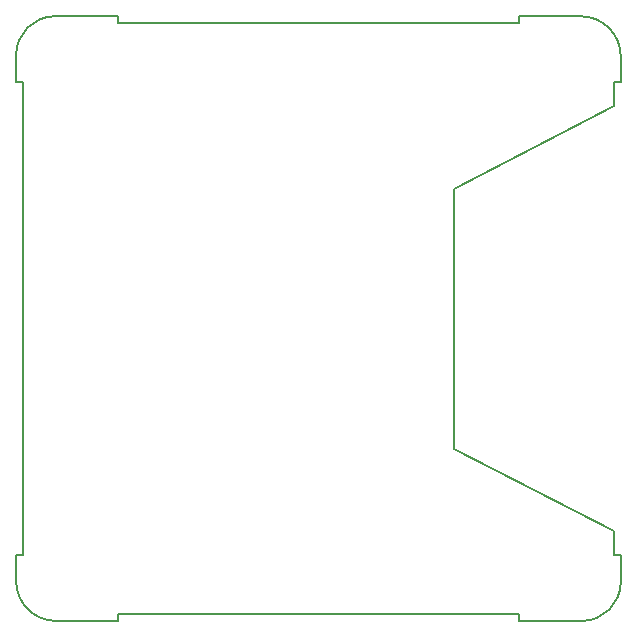
<source format=gbr>
G04 #@! TF.GenerationSoftware,KiCad,Pcbnew,5.1.2-f72e74a~84~ubuntu18.04.1*
G04 #@! TF.CreationDate,2019-06-24T22:58:02+09:00*
G04 #@! TF.ProjectId,dentureRS485,64656e74-7572-4655-9253-3438352e6b69,rev?*
G04 #@! TF.SameCoordinates,Original*
G04 #@! TF.FileFunction,Profile,NP*
%FSLAX46Y46*%
G04 Gerber Fmt 4.6, Leading zero omitted, Abs format (unit mm)*
G04 Created by KiCad (PCBNEW 5.1.2-f72e74a~84~ubuntu18.04.1) date 2019-06-24 22:58:02*
%MOMM*%
%LPD*%
G04 APERTURE LIST*
%ADD10C,0.150000*%
%ADD11C,0.200000*%
G04 APERTURE END LIST*
D10*
X150000000Y-55000000D02*
X150000000Y-57000000D01*
X136500000Y-86000000D02*
X150000000Y-93000000D01*
X136500000Y-64000000D02*
X136500000Y-86000000D01*
X150000000Y-57000000D02*
X136500000Y-64000000D01*
X108000000Y-50000000D02*
X142000000Y-50000000D01*
D11*
X150000000Y-93000000D02*
X150000000Y-95000000D01*
D10*
X100000000Y-95000000D02*
X100000000Y-55000000D01*
X142000000Y-100000000D02*
X108000000Y-100000000D01*
X99400000Y-95000000D02*
X100000000Y-95000000D01*
X99400000Y-97200000D02*
X99400000Y-95000000D01*
X102800000Y-100600000D02*
G75*
G02X99400000Y-97200000I0J3400000D01*
G01*
X108000000Y-100600000D02*
X102800000Y-100600000D01*
X108000000Y-100000000D02*
X108000000Y-100600000D01*
X150600000Y-55000000D02*
X150000000Y-55000000D01*
X150600000Y-52800000D02*
X150600000Y-55000000D01*
X147200000Y-49400000D02*
G75*
G02X150600000Y-52800000I0J-3400000D01*
G01*
X142000000Y-49400000D02*
X147200000Y-49400000D01*
X142000000Y-50000000D02*
X142000000Y-49400000D01*
X99400000Y-55000000D02*
X100000000Y-55000000D01*
X99400000Y-52700000D02*
X99400000Y-55000000D01*
X102700000Y-49400000D02*
G75*
G03X99400000Y-52700000I0J-3300000D01*
G01*
X108000000Y-49400000D02*
X102700000Y-49400000D01*
X108000000Y-50000000D02*
X108000000Y-49400000D01*
X150600000Y-95000000D02*
X150000000Y-95000000D01*
X150600000Y-97300000D02*
X150600000Y-95000000D01*
X147300000Y-100600000D02*
G75*
G03X150600000Y-97300000I0J3300000D01*
G01*
X142000000Y-100600000D02*
X147300000Y-100600000D01*
X142000000Y-100000000D02*
X142000000Y-100600000D01*
M02*

</source>
